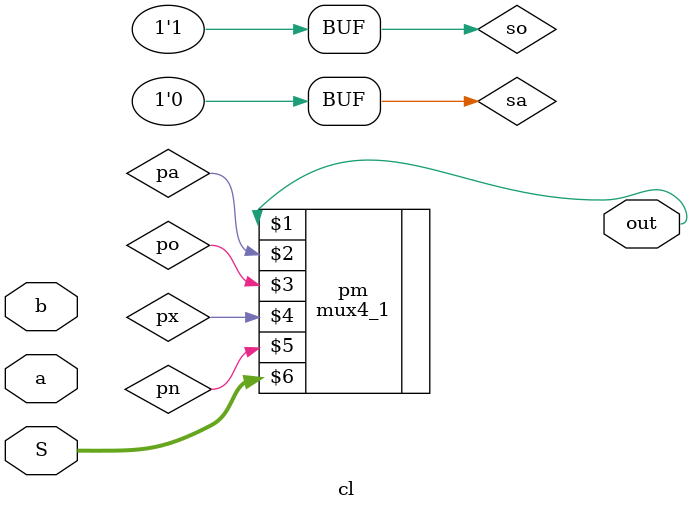
<source format=v>
module  cl(output wire out, input wire a, b, input wire [1:0] S);

    wire sa,so,sx,sn;

    and pa(sa,a,b);
    or  po(so,a,b);
    xor px(sx,a,b);
    not pn(sn,a,b);
    mux4_1 pm(out,pa,po,px,pn,S);

endmodule
</source>
